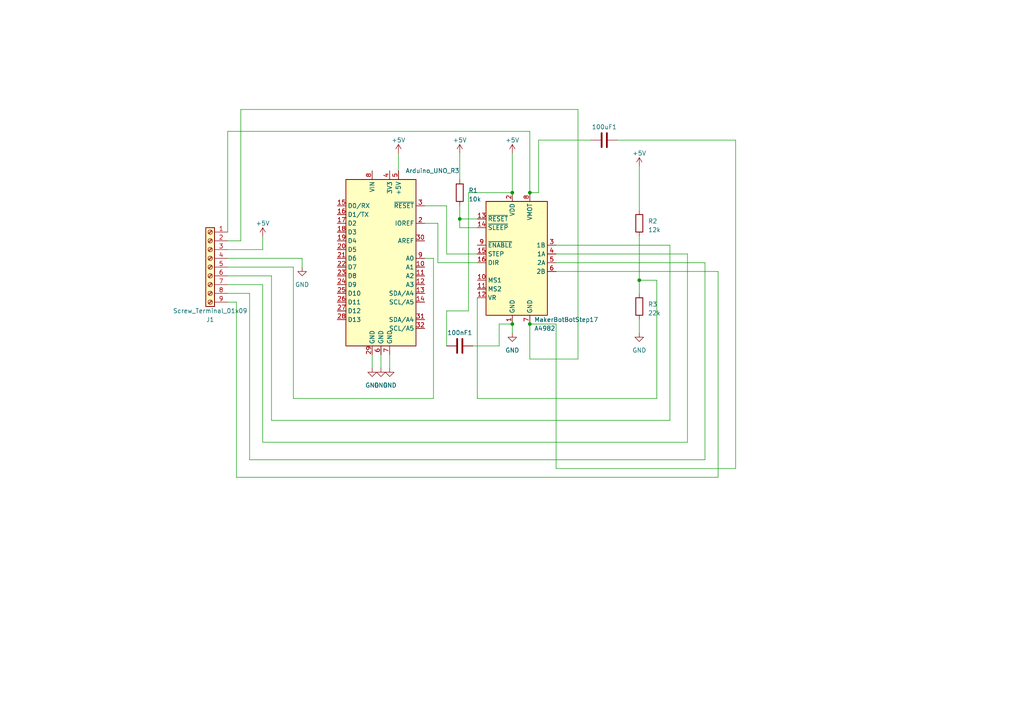
<source format=kicad_sch>
(kicad_sch (version 20230121) (generator eeschema)
  (paper "A4")
  (lib_symbols
    (symbol "Connector:Screw_Terminal_01x09" (pin_names (offset 1.016) hide)
      (property "Reference" "J" (at 0 12.7 0))
      (property "Value" "Screw_Terminal_01x09" (at 0 -12.7 0))
      (symbol "Screw_Terminal_01x09_1_1"
        (rectangle (start -1.27 11.43) (end 1.27 -11.43) (stroke (width 0.254)) (fill (type background)))
        (circle (center 0 -10.16) (radius 0.635) (stroke (width 0.1524)))
        (circle (center 0 -7.62) (radius 0.635) (stroke (width 0.1524)))
        (circle (center 0 -5.08) (radius 0.635) (stroke (width 0.1524)))
        (circle (center 0 -2.54) (radius 0.635) (stroke (width 0.1524)))
        (polyline (pts (xy -0.5334 -9.8298) (xy 0.3302 -10.668)) (stroke (width 0.1524)))
        (polyline (pts (xy -0.5334 -7.2898) (xy 0.3302 -8.128)) (stroke (width 0.1524)))
        (polyline (pts (xy -0.5334 -4.7498) (xy 0.3302 -5.588)) (stroke (width 0.1524)))
        (polyline (pts (xy -0.5334 -2.2098) (xy 0.3302 -3.048)) (stroke (width 0.1524)))
        (polyline (pts (xy -0.5334 0.3302) (xy 0.3302 -0.508)) (stroke (width 0.1524)))
        (polyline (pts (xy -0.5334 2.8702) (xy 0.3302 2.032)) (stroke (width 0.1524)))
        (polyline (pts (xy -0.5334 5.4102) (xy 0.3302 4.572)) (stroke (width 0.1524)))
        (polyline (pts (xy -0.5334 7.9502) (xy 0.3302 7.112)) (stroke (width 0.1524)))
        (polyline (pts (xy -0.5334 10.4902) (xy 0.3302 9.652)) (stroke (width 0.1524)))
        (polyline (pts (xy -0.3556 -9.652) (xy 0.508 -10.4902)) (stroke (width 0.1524)))
        (polyline (pts (xy -0.3556 -7.112) (xy 0.508 -7.9502)) (stroke (width 0.1524)))
        (polyline (pts (xy -0.3556 -4.572) (xy 0.508 -5.4102)) (stroke (width 0.1524)))
        (polyline (pts (xy -0.3556 -2.032) (xy 0.508 -2.8702)) (stroke (width 0.1524)))
        (polyline (pts (xy -0.3556 0.508) (xy 0.508 -0.3302)) (stroke (width 0.1524)))
        (polyline (pts (xy -0.3556 3.048) (xy 0.508 2.2098)) (stroke (width 0.1524)))
        (polyline (pts (xy -0.3556 5.588) (xy 0.508 4.7498)) (stroke (width 0.1524)))
        (polyline (pts (xy -0.3556 8.128) (xy 0.508 7.2898)) (stroke (width 0.1524)))
        (polyline (pts (xy -0.3556 10.668) (xy 0.508 9.8298)) (stroke (width 0.1524)))
        (circle (center 0 0) (radius 0.635) (stroke (width 0.1524)))
        (circle (center 0 2.54) (radius 0.635) (stroke (width 0.1524)))
        (circle (center 0 5.08) (radius 0.635) (stroke (width 0.1524)))
        (circle (center 0 7.62) (radius 0.635) (stroke (width 0.1524)))
        (circle (center 0 10.16) (radius 0.635) (stroke (width 0.1524)))
        (pin passive line (at -5.08 10.16 0) (length 3.81) (name "Pin_1") (number "1"))
        (pin passive line (at -5.08 7.62 0) (length 3.81) (name "Pin_2") (number "2"))
        (pin passive line (at -5.08 5.08 0) (length 3.81) (name "Pin_3") (number "3"))
        (pin passive line (at -5.08 2.54 0) (length 3.81) (name "Pin_4") (number "4"))
        (pin passive line (at -5.08 0 0) (length 3.81) (name "Pin_5") (number "5"))
        (pin passive line (at -5.08 -2.54 0) (length 3.81) (name "Pin_6") (number "6"))
        (pin passive line (at -5.08 -5.08 0) (length 3.81) (name "Pin_7") (number "7"))
        (pin passive line (at -5.08 -7.62 0) (length 3.81) (name "Pin_8") (number "8"))
        (pin passive line (at -5.08 -10.16 0) (length 3.81) (name "Pin_9") (number "9"))
      )
    )
    (symbol "Device:C" (pin_numbers hide) (pin_names (offset 0.254))
      (property "Reference" "C" (at 0.635 2.54 0))
      (property "Value" "C" (at 0.635 -2.54 0))
      (symbol "C_0_1"
        (polyline (pts (xy -2.032 -0.762) (xy 2.032 -0.762)) (stroke (width 0.508)))
        (polyline (pts (xy -2.032 0.762) (xy 2.032 0.762)) (stroke (width 0.508)))
      )
      (symbol "C_1_1"
        (pin passive line (at 0 3.81 270) (length 2.794) (name "~") (number "1"))
        (pin passive line (at 0 -3.81 90) (length 2.794) (name "~") (number "2"))
      )
    )
    (symbol "Device:R" (pin_numbers hide) (pin_names (offset 0))
      (property "Reference" "R" (at 2.032 0 90))
      (property "Value" "R" (at 0 0 90))
      (symbol "R_0_1"
        (rectangle (start -1.016 -2.54) (end 1.016 2.54) (stroke (width 0.254)))
      )
      (symbol "R_1_1"
        (pin passive line (at 0 3.81 270) (length 1.27) (name "~") (number "1"))
        (pin passive line (at 0 -3.81 90) (length 1.27) (name "~") (number "2"))
      )
    )
    (symbol "Driver_Motor:Pololu_Breakout_A4988"
      (property "Reference" "MakerBotBotStep17" (at 7.0994 20.32 0))
      (property "Value" "A4982" (at 7.0994 17.78 0))
      (symbol "Pololu_Breakout_A4988_0_1"
        (rectangle (start 10.16 -17.78) (end -7.62 15.24) (stroke (width 0.254)) (fill (type background)))
      )
      (symbol "Pololu_Breakout_A4988_1_1"
        (pin power_in line (at 0 -20.32 90) (length 2.54) (name "GND") (number "1"))
        (pin input line (at -10.16 -7.62 0) (length 2.54) (name "MS1") (number "10"))
        (pin input line (at -10.16 -10.16 0) (length 2.54) (name "MS2") (number "11"))
        (pin input line (at -10.16 -12.7 0) (length 2.54) (name "VR") (number "12"))
        (pin input line (at -10.16 10.16 0) (length 2.54) (name "~{RESET}") (number "13"))
        (pin input line (at -10.16 7.62 0) (length 2.54) (name "~{SLEEP}") (number "14"))
        (pin input line (at -10.16 0 0) (length 2.54) (name "STEP") (number "15"))
        (pin input line (at -10.16 -2.54 0) (length 2.54) (name "DIR") (number "16"))
        (pin power_in line (at 0 17.78 270) (length 2.54) (name "VDD") (number "2"))
        (pin output line (at 12.7 2.54 180) (length 2.54) (name "1B") (number "3"))
        (pin output line (at 12.7 0 180) (length 2.54) (name "1A") (number "4"))
        (pin output line (at 12.7 -2.54 180) (length 2.54) (name "2A") (number "5"))
        (pin output line (at 12.7 -5.08 180) (length 2.54) (name "2B") (number "6"))
        (pin power_in line (at 5.08 -20.32 90) (length 2.54) (name "GND") (number "7"))
        (pin power_in line (at 5.08 17.78 270) (length 2.54) (name "VMOT") (number "8"))
        (pin input line (at -10.16 2.54 0) (length 2.54) (name "~{ENABLE}") (number "9"))
      )
    )
    (symbol "MCU_Module:Arduino_UNO_R3"
      (property "Reference" "A" (at -10.16 23.495 0))
      (property "Value" "Arduino_UNO_R3" (at 5.08 -26.67 0))
      (symbol "Arduino_UNO_R3_0_1"
        (rectangle (start -10.16 22.86) (end 10.16 -25.4) (stroke (width 0.254)) (fill (type background)))
      )
      (symbol "Arduino_UNO_R3_1_1"
        (pin no_connect line (at -10.16 -20.32 0) (length 2.54) hide (name "NC") (number "1"))
        (pin bidirectional line (at 12.7 -2.54 180) (length 2.54) (name "A1") (number "10"))
        (pin bidirectional line (at 12.7 -5.08 180) (length 2.54) (name "A2") (number "11"))
        (pin bidirectional line (at 12.7 -7.62 180) (length 2.54) (name "A3") (number "12"))
        (pin bidirectional line (at 12.7 -10.16 180) (length 2.54) (name "SDA/A4") (number "13"))
        (pin bidirectional line (at 12.7 -12.7 180) (length 2.54) (name "SCL/A5") (number "14"))
        (pin bidirectional line (at -12.7 15.24 0) (length 2.54) (name "D0/RX") (number "15"))
        (pin bidirectional line (at -12.7 12.7 0) (length 2.54) (name "D1/TX") (number "16"))
        (pin bidirectional line (at -12.7 10.16 0) (length 2.54) (name "D2") (number "17"))
        (pin bidirectional line (at -12.7 7.62 0) (length 2.54) (name "D3") (number "18"))
        (pin bidirectional line (at -12.7 5.08 0) (length 2.54) (name "D4") (number "19"))
        (pin output line (at 12.7 10.16 180) (length 2.54) (name "IOREF") (number "2"))
        (pin bidirectional line (at -12.7 2.54 0) (length 2.54) (name "D5") (number "20"))
        (pin bidirectional line (at -12.7 0 0) (length 2.54) (name "D6") (number "21"))
        (pin bidirectional line (at -12.7 -2.54 0) (length 2.54) (name "D7") (number "22"))
        (pin bidirectional line (at -12.7 -5.08 0) (length 2.54) (name "D8") (number "23"))
        (pin bidirectional line (at -12.7 -7.62 0) (length 2.54) (name "D9") (number "24"))
        (pin bidirectional line (at -12.7 -10.16 0) (length 2.54) (name "D10") (number "25"))
        (pin bidirectional line (at -12.7 -12.7 0) (length 2.54) (name "D11") (number "26"))
        (pin bidirectional line (at -12.7 -15.24 0) (length 2.54) (name "D12") (number "27"))
        (pin bidirectional line (at -12.7 -17.78 0) (length 2.54) (name "D13") (number "28"))
        (pin power_in line (at -2.54 -27.94 90) (length 2.54) (name "GND") (number "29"))
        (pin input line (at 12.7 15.24 180) (length 2.54) (name "~{RESET}") (number "3"))
        (pin input line (at 12.7 5.08 180) (length 2.54) (name "AREF") (number "30"))
        (pin bidirectional line (at 12.7 -17.78 180) (length 2.54) (name "SDA/A4") (number "31"))
        (pin bidirectional line (at 12.7 -20.32 180) (length 2.54) (name "SCL/A5") (number "32"))
        (pin power_out line (at 2.54 25.4 270) (length 2.54) (name "3V3") (number "4"))
        (pin power_out line (at 5.08 25.4 270) (length 2.54) (name "+5V") (number "5"))
        (pin power_in line (at 0 -27.94 90) (length 2.54) (name "GND") (number "6"))
        (pin power_in line (at 2.54 -27.94 90) (length 2.54) (name "GND") (number "7"))
        (pin power_in line (at -2.54 25.4 270) (length 2.54) (name "VIN") (number "8"))
        (pin bidirectional line (at 12.7 0 180) (length 2.54) (name "A0") (number "9"))
      )
    )
    (symbol "power:+5V" (power) (pin_names (offset 0))
      (property "Value" "+5V" (at 0 3.556 0))
      (symbol "+5V_0_1"
        (polyline (pts (xy -0.762 1.27) (xy 0 2.54)))
        (polyline (pts (xy 0 0) (xy 0 2.54)))
        (polyline (pts (xy 0 2.54) (xy 0.762 1.27)))
      )
      (symbol "+5V_1_1"
        (pin power_in line (at 0 0 90) (length 0) hide (name "+5V") (number "1"))
      )
    )
    (symbol "power:GND" (power) (pin_names (offset 0))
      (property "Value" "GND" (at 0 -3.81 0))
      (symbol "GND_0_1"
        (polyline (pts (xy 0 0) (xy 0 -1.27) (xy 1.27 -1.27) (xy 0 -2.54) (xy -1.27 -1.27) (xy 0 -1.27)))
      )
      (symbol "GND_1_1"
        (pin power_in line (at 0 0 270) (length 0) hide (name "GND") (number "1"))
      )
    )
  )
  (junction (at 133.35 63.5))
  (junction (at 148.59 55.88))
  (junction (at 148.59 93.98))
  (junction (at 153.67 55.88))
  (junction (at 185.42 81.28))
  (junction (at 153.67 93.98))
  (wire (pts (xy 127 76.2) (xy 138.43 76.2)))
  (wire (pts (xy 85.09 115.57) (xy 85.09 77.47)))
  (wire (pts (xy 129.54 59.69) (xy 123.19 59.69)))
  (wire (pts (xy 185.42 60.96) (xy 185.42 48.26)))
  (wire (pts (xy 213.36 40.64) (xy 179.07 40.64)))
  (wire (pts (xy 185.42 81.28) (xy 185.42 85.09)))
  (wire (pts (xy 133.35 44.45) (xy 133.35 52.07)))
  (wire (pts (xy 127 64.77) (xy 127 76.2)))
  (wire (pts (xy 190.5 81.28) (xy 190.5 115.57)))
  (wire (pts (xy 107.95 102.87) (xy 107.95 106.68)))
  (wire (pts (xy 190.5 115.57) (xy 138.43 115.57)))
  (wire (pts (xy 161.29 135.89) (xy 161.29 93.98)))
  (wire (pts (xy 138.43 73.66) (xy 129.54 73.66)))
  (wire (pts (xy 69.85 31.75) (xy 69.85 69.85)))
  (wire (pts (xy 125.73 74.93) (xy 125.73 115.57)))
  (wire (pts (xy 144.78 100.33) (xy 144.78 93.98)))
  (wire (pts (xy 213.36 135.89) (xy 161.29 135.89)))
  (wire (pts (xy 185.42 68.58) (xy 185.42 81.28)))
  (wire (pts (xy 68.58 138.43) (xy 68.58 87.63)))
  (wire (pts (xy 78.74 80.01) (xy 66.04 80.01)))
  (wire (pts (xy 135.89 90.17) (xy 135.89 55.88)))
  (wire (pts (xy 194.31 71.12) (xy 194.31 121.92)))
  (wire (pts (xy 133.35 63.5) (xy 138.43 63.5)))
  (wire (pts (xy 133.35 59.69) (xy 133.35 63.5)))
  (wire (pts (xy 199.39 73.66) (xy 199.39 128.27)))
  (wire (pts (xy 204.47 76.2) (xy 204.47 133.35)))
  (wire (pts (xy 213.36 40.64) (xy 213.36 135.89)))
  (wire (pts (xy 167.64 31.75) (xy 167.64 104.14)))
  (wire (pts (xy 125.73 115.57) (xy 85.09 115.57)))
  (wire (pts (xy 153.67 104.14) (xy 167.64 104.14)))
  (wire (pts (xy 153.67 93.98) (xy 153.67 104.14)))
  (wire (pts (xy 133.35 66.04) (xy 133.35 63.5)))
  (wire (pts (xy 185.42 81.28) (xy 190.5 81.28)))
  (wire (pts (xy 148.59 93.98) (xy 148.59 96.52)))
  (wire (pts (xy 87.63 74.93) (xy 87.63 77.47)))
  (wire (pts (xy 68.58 87.63) (xy 66.04 87.63)))
  (wire (pts (xy 161.29 73.66) (xy 199.39 73.66)))
  (wire (pts (xy 72.39 85.09) (xy 66.04 85.09)))
  (wire (pts (xy 161.29 76.2) (xy 204.47 76.2)))
  (wire (pts (xy 208.28 138.43) (xy 68.58 138.43)))
  (wire (pts (xy 199.39 128.27) (xy 76.2 128.27)))
  (wire (pts (xy 66.04 74.93) (xy 87.63 74.93)))
  (wire (pts (xy 129.54 90.17) (xy 129.54 100.33)))
  (wire (pts (xy 138.43 66.04) (xy 133.35 66.04)))
  (wire (pts (xy 167.64 31.75) (xy 69.85 31.75)))
  (wire (pts (xy 110.49 102.87) (xy 110.49 106.68)))
  (wire (pts (xy 204.47 133.35) (xy 72.39 133.35)))
  (wire (pts (xy 156.21 55.88) (xy 153.67 55.88)))
  (wire (pts (xy 138.43 115.57) (xy 138.43 86.36)))
  (wire (pts (xy 66.04 38.1) (xy 66.04 67.31)))
  (wire (pts (xy 144.78 93.98) (xy 148.59 93.98)))
  (wire (pts (xy 129.54 73.66) (xy 129.54 59.69)))
  (wire (pts (xy 113.03 102.87) (xy 113.03 106.68)))
  (wire (pts (xy 76.2 72.39) (xy 76.2 68.58)))
  (wire (pts (xy 72.39 133.35) (xy 72.39 85.09)))
  (wire (pts (xy 66.04 72.39) (xy 76.2 72.39)))
  (wire (pts (xy 135.89 55.88) (xy 148.59 55.88)))
  (wire (pts (xy 153.67 38.1) (xy 153.67 55.88)))
  (wire (pts (xy 171.45 40.64) (xy 156.21 40.64)))
  (wire (pts (xy 156.21 40.64) (xy 156.21 55.88)))
  (wire (pts (xy 85.09 77.47) (xy 66.04 77.47)))
  (wire (pts (xy 208.28 78.74) (xy 208.28 138.43)))
  (wire (pts (xy 135.89 90.17) (xy 129.54 90.17)))
  (wire (pts (xy 69.85 69.85) (xy 66.04 69.85)))
  (wire (pts (xy 153.67 38.1) (xy 66.04 38.1)))
  (wire (pts (xy 137.16 100.33) (xy 144.78 100.33)))
  (wire (pts (xy 123.19 64.77) (xy 127 64.77)))
  (wire (pts (xy 161.29 78.74) (xy 208.28 78.74)))
  (wire (pts (xy 125.73 74.93) (xy 123.19 74.93)))
  (wire (pts (xy 161.29 93.98) (xy 153.67 93.98)))
  (wire (pts (xy 76.2 82.55) (xy 66.04 82.55)))
  (wire (pts (xy 194.31 121.92) (xy 78.74 121.92)))
  (wire (pts (xy 78.74 121.92) (xy 78.74 80.01)))
  (wire (pts (xy 148.59 44.45) (xy 148.59 55.88)))
  (wire (pts (xy 76.2 128.27) (xy 76.2 82.55)))
  (wire (pts (xy 115.57 44.45) (xy 115.57 49.53)))
  (wire (pts (xy 185.42 92.71) (xy 185.42 96.52)))
  (wire (pts (xy 161.29 71.12) (xy 194.31 71.12)))
  (symbol (lib_id "power:GND") (at 113.03 106.68 0) (unit 1)
    (property "Reference" "#PWR08" (effects hide))
    (property "Value" "GND" (at 113.03 111.76 0))
  )
  (symbol (lib_id "power:+5V") (at 133.35 44.45 0) (unit 1)
    (property "Reference" "#PWR04" (effects hide))
    (property "Value" "+5V" (at 133.35 40.64 0))
  )
  (symbol (lib_id "Driver_Motor:Pololu_Breakout_A4988") (at 148.59 73.66 0) (unit 1)
    (property "Reference" "MakerBotBotStep17" (at 154.94 92.71 0) (effects (justify left)))
    (property "Value" "A4982" (at 154.94 95.25 0) (effects (justify left)))
    (property "Footprint" "Module:Pololu_Breakout-16_15.2x20.3mm" (effects hide))
    (property "Datasheet" "https://www.pololu.com/product/2980/pictures" (effects hide))
  )
  (symbol (lib_id "power:+5V") (at 76.2 68.58 0) (unit 1)
    (property "Reference" "#PWR01" (effects hide))
    (property "Value" "+5V" (at 76.2 64.77 0))
  )
  (symbol (lib_id "power:GND") (at 107.95 106.68 0) (unit 1)
    (property "Reference" "#PWR09" (effects hide))
    (property "Value" "GND" (at 107.95 111.76 0))
  )
  (symbol (lib_id "power:+5V") (at 148.59 44.45 0) (unit 1)
    (property "Reference" "#PWR05" (effects hide))
    (property "Value" "+5V" (at 148.59 40.64 0))
  )
  (symbol (lib_id "Device:C") (at 175.26 40.64 90) (mirror x) (unit 1)
    (property "Reference" "100uF1" (at 175.26 36.83 90))
    (property "Value" "physically close to board" (effects hide))
    (property "Footprint" "Capacitor_THT:CP_Radial_D10.0mm_P5.00mm" (effects hide))
  )
  (symbol (lib_id "power:GND") (at 87.63 77.47 0) (unit 1)
    (property "Reference" "#PWR011" (effects hide))
    (property "Value" "GND" (at 87.63 82.55 0))
  )
  (symbol (lib_id "Device:R") (at 185.42 64.77 0) (unit 1)
    (property "Reference" "R2" (at 187.96 64.135 0) (effects (justify left)))
    (property "Value" "12k" (at 187.96 66.675 0) (effects (justify left)))
    (property "Footprint" "Resistor_THT:R_Axial_DIN0309_L9.0mm_D3.2mm_P15.24mm_Horizontal" (effects hide))
  )
  (symbol (lib_id "power:GND") (at 110.49 106.68 0) (unit 1)
    (property "Reference" "#PWR010" (effects hide))
    (property "Value" "GND" (at 110.49 111.76 0))
  )
  (symbol (lib_id "power:GND") (at 185.42 96.52 0) (unit 1)
    (property "Reference" "#PWR07" (effects hide))
    (property "Value" "GND" (at 185.42 101.6 0))
  )
  (symbol (lib_id "power:GND") (at 148.59 96.52 0) (unit 1)
    (property "Reference" "#PWR02" (effects hide))
    (property "Value" "GND" (at 148.59 101.6 0))
  )
  (symbol (lib_id "power:+5V") (at 115.57 44.45 0) (unit 1)
    (property "Reference" "#PWR03" (effects hide))
    (property "Value" "+5V" (at 115.57 40.64 0))
  )
  (symbol (lib_id "power:+5V") (at 185.42 48.26 0) (unit 1)
    (property "Reference" "#PWR06" (effects hide))
    (property "Value" "+5V" (at 185.42 44.45 0))
  )
  (symbol (lib_id "Device:R") (at 185.42 88.9 0) (unit 1)
    (property "Reference" "R3" (at 187.96 88.265 0) (effects (justify left)))
    (property "Value" "22k" (at 187.96 90.805 0) (effects (justify left)))
    (property "Footprint" "Resistor_THT:R_Axial_DIN0309_L9.0mm_D3.2mm_P15.24mm_Horizontal" (effects hide))
  )
  (symbol (lib_id "Connector:Screw_Terminal_01x09") (at 60.96 77.47 0) (mirror y) (unit 1)
    (property "Reference" "J1" (at 60.96 92.71 0))
    (property "Value" "Screw_Terminal_01x09" (at 60.96 90.17 0))
    (property "Footprint" "TerminalBlock_Phoenix:TerminalBlock_Phoenix_PT-1,5-9-3.5-H_1x09_P3.50mm_Horizontal" (effects hide))
  )
  (symbol (lib_id "Device:R") (at 133.35 55.88 0) (unit 1)
    (property "Reference" "R1" (at 135.89 55.245 0) (effects (justify left)))
    (property "Value" "10k" (at 135.89 57.785 0) (effects (justify left)))
    (property "Footprint" "Resistor_THT:R_Axial_DIN0204_L3.6mm_D1.6mm_P7.62mm_Horizontal" (effects hide))
  )
  (symbol (lib_id "Device:C") (at 133.35 100.33 90) (mirror x) (unit 1)
    (property "Reference" "100nF1" (at 133.35 96.52 90))
    (property "Value" "physically close to board" (effects hide))
    (property "Footprint" "Capacitor_THT:C_Radial_D10.0mm_H12.5mm_P5.00mm" (effects hide))
  )
  (symbol (lib_id "MCU_Module:Arduino_UNO_R3") (at 110.49 74.93 0) (unit 1)
    (property "Reference" "A1" (effects hide))
    (property "Value" "Arduino_UNO_R3" (at 117.5894 49.53 0) (effects (justify left)))
    (property "Footprint" "Module:Arduino_UNO_R3" (effects hide))
    (property "Datasheet" "https://www.arduino.cc/en/Main/arduinoBoardUno" (effects hide))
  )
)
</source>
